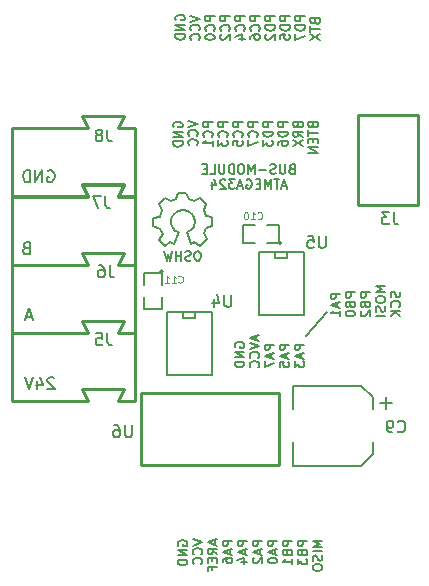
<source format=gbr>
G04 #@! TF.FileFunction,Legend,Bot*
%FSLAX46Y46*%
G04 Gerber Fmt 4.6, Leading zero omitted, Abs format (unit mm)*
G04 Created by KiCad (PCBNEW (2015-08-30 BZR 6133)-product) date Fr 30 Okt 2015 20:41:11 CET*
%MOMM*%
G01*
G04 APERTURE LIST*
%ADD10C,0.100000*%
%ADD11C,0.200000*%
%ADD12C,0.150000*%
%ADD13C,0.203200*%
%ADD14C,0.254000*%
%ADD15C,0.127000*%
%ADD16C,0.101600*%
G04 APERTURE END LIST*
D10*
D11*
X105080000Y-103707500D02*
X106858000Y-101675500D01*
D12*
X103873047Y-89553357D02*
X103758761Y-89591452D01*
X103720666Y-89629548D01*
X103682571Y-89705738D01*
X103682571Y-89820024D01*
X103720666Y-89896214D01*
X103758761Y-89934310D01*
X103834952Y-89972405D01*
X104139714Y-89972405D01*
X104139714Y-89172405D01*
X103873047Y-89172405D01*
X103796857Y-89210500D01*
X103758761Y-89248595D01*
X103720666Y-89324786D01*
X103720666Y-89400976D01*
X103758761Y-89477167D01*
X103796857Y-89515262D01*
X103873047Y-89553357D01*
X104139714Y-89553357D01*
X103339714Y-89172405D02*
X103339714Y-89820024D01*
X103301619Y-89896214D01*
X103263523Y-89934310D01*
X103187333Y-89972405D01*
X103034952Y-89972405D01*
X102958761Y-89934310D01*
X102920666Y-89896214D01*
X102882571Y-89820024D01*
X102882571Y-89172405D01*
X102539714Y-89934310D02*
X102425428Y-89972405D01*
X102234952Y-89972405D01*
X102158762Y-89934310D01*
X102120666Y-89896214D01*
X102082571Y-89820024D01*
X102082571Y-89743833D01*
X102120666Y-89667643D01*
X102158762Y-89629548D01*
X102234952Y-89591452D01*
X102387333Y-89553357D01*
X102463524Y-89515262D01*
X102501619Y-89477167D01*
X102539714Y-89400976D01*
X102539714Y-89324786D01*
X102501619Y-89248595D01*
X102463524Y-89210500D01*
X102387333Y-89172405D01*
X102196857Y-89172405D01*
X102082571Y-89210500D01*
X101739714Y-89667643D02*
X101130190Y-89667643D01*
X100749238Y-89972405D02*
X100749238Y-89172405D01*
X100482571Y-89743833D01*
X100215904Y-89172405D01*
X100215904Y-89972405D01*
X99682571Y-89172405D02*
X99530190Y-89172405D01*
X99453999Y-89210500D01*
X99377809Y-89286690D01*
X99339714Y-89439071D01*
X99339714Y-89705738D01*
X99377809Y-89858119D01*
X99453999Y-89934310D01*
X99530190Y-89972405D01*
X99682571Y-89972405D01*
X99758761Y-89934310D01*
X99834952Y-89858119D01*
X99873047Y-89705738D01*
X99873047Y-89439071D01*
X99834952Y-89286690D01*
X99758761Y-89210500D01*
X99682571Y-89172405D01*
X98996857Y-89972405D02*
X98996857Y-89172405D01*
X98806381Y-89172405D01*
X98692095Y-89210500D01*
X98615904Y-89286690D01*
X98577809Y-89362881D01*
X98539714Y-89515262D01*
X98539714Y-89629548D01*
X98577809Y-89781929D01*
X98615904Y-89858119D01*
X98692095Y-89934310D01*
X98806381Y-89972405D01*
X98996857Y-89972405D01*
X98196857Y-89172405D02*
X98196857Y-89820024D01*
X98158762Y-89896214D01*
X98120666Y-89934310D01*
X98044476Y-89972405D01*
X97892095Y-89972405D01*
X97815904Y-89934310D01*
X97777809Y-89896214D01*
X97739714Y-89820024D01*
X97739714Y-89172405D01*
X96977809Y-89972405D02*
X97358762Y-89972405D01*
X97358762Y-89172405D01*
X96711143Y-89553357D02*
X96444476Y-89553357D01*
X96330190Y-89972405D02*
X96711143Y-89972405D01*
X96711143Y-89172405D01*
X96330190Y-89172405D01*
X103454000Y-91013833D02*
X103073048Y-91013833D01*
X103530191Y-91242405D02*
X103263524Y-90442405D01*
X102996857Y-91242405D01*
X102844477Y-90442405D02*
X102387334Y-90442405D01*
X102615905Y-91242405D02*
X102615905Y-90442405D01*
X102120667Y-91242405D02*
X102120667Y-90442405D01*
X101854000Y-91013833D01*
X101587333Y-90442405D01*
X101587333Y-91242405D01*
X101206381Y-90823357D02*
X100939714Y-90823357D01*
X100825428Y-91242405D02*
X101206381Y-91242405D01*
X101206381Y-90442405D01*
X100825428Y-90442405D01*
X100063523Y-90480500D02*
X100139714Y-90442405D01*
X100253999Y-90442405D01*
X100368285Y-90480500D01*
X100444476Y-90556690D01*
X100482571Y-90632881D01*
X100520666Y-90785262D01*
X100520666Y-90899548D01*
X100482571Y-91051929D01*
X100444476Y-91128119D01*
X100368285Y-91204310D01*
X100253999Y-91242405D01*
X100177809Y-91242405D01*
X100063523Y-91204310D01*
X100025428Y-91166214D01*
X100025428Y-90899548D01*
X100177809Y-90899548D01*
X99720666Y-91013833D02*
X99339714Y-91013833D01*
X99796857Y-91242405D02*
X99530190Y-90442405D01*
X99263523Y-91242405D01*
X99073047Y-90442405D02*
X98577809Y-90442405D01*
X98844476Y-90747167D01*
X98730190Y-90747167D01*
X98654000Y-90785262D01*
X98615904Y-90823357D01*
X98577809Y-90899548D01*
X98577809Y-91090024D01*
X98615904Y-91166214D01*
X98654000Y-91204310D01*
X98730190Y-91242405D01*
X98958762Y-91242405D01*
X99034952Y-91204310D01*
X99073047Y-91166214D01*
X98273047Y-90518595D02*
X98234952Y-90480500D01*
X98158761Y-90442405D01*
X97968285Y-90442405D01*
X97892095Y-90480500D01*
X97853999Y-90518595D01*
X97815904Y-90594786D01*
X97815904Y-90670976D01*
X97853999Y-90785262D01*
X98311142Y-91242405D01*
X97815904Y-91242405D01*
X97130190Y-90709071D02*
X97130190Y-91242405D01*
X97320666Y-90404310D02*
X97511142Y-90975738D01*
X97015904Y-90975738D01*
X107981905Y-100126357D02*
X107181905Y-100126357D01*
X107181905Y-100431119D01*
X107220000Y-100507310D01*
X107258095Y-100545405D01*
X107334286Y-100583500D01*
X107448571Y-100583500D01*
X107524762Y-100545405D01*
X107562857Y-100507310D01*
X107600952Y-100431119D01*
X107600952Y-100126357D01*
X107753333Y-100888262D02*
X107753333Y-101269214D01*
X107981905Y-100812071D02*
X107181905Y-101078738D01*
X107981905Y-101345405D01*
X107981905Y-102031119D02*
X107981905Y-101573976D01*
X107981905Y-101802547D02*
X107181905Y-101802547D01*
X107296190Y-101726357D01*
X107372381Y-101650166D01*
X107410476Y-101573976D01*
X109251905Y-100012071D02*
X108451905Y-100012071D01*
X108451905Y-100316833D01*
X108490000Y-100393024D01*
X108528095Y-100431119D01*
X108604286Y-100469214D01*
X108718571Y-100469214D01*
X108794762Y-100431119D01*
X108832857Y-100393024D01*
X108870952Y-100316833D01*
X108870952Y-100012071D01*
X108832857Y-101078738D02*
X108870952Y-101193024D01*
X108909048Y-101231119D01*
X108985238Y-101269214D01*
X109099524Y-101269214D01*
X109175714Y-101231119D01*
X109213810Y-101193024D01*
X109251905Y-101116833D01*
X109251905Y-100812071D01*
X108451905Y-100812071D01*
X108451905Y-101078738D01*
X108490000Y-101154928D01*
X108528095Y-101193024D01*
X108604286Y-101231119D01*
X108680476Y-101231119D01*
X108756667Y-101193024D01*
X108794762Y-101154928D01*
X108832857Y-101078738D01*
X108832857Y-100812071D01*
X108451905Y-101764452D02*
X108451905Y-101840643D01*
X108490000Y-101916833D01*
X108528095Y-101954928D01*
X108604286Y-101993024D01*
X108756667Y-102031119D01*
X108947143Y-102031119D01*
X109099524Y-101993024D01*
X109175714Y-101954928D01*
X109213810Y-101916833D01*
X109251905Y-101840643D01*
X109251905Y-101764452D01*
X109213810Y-101688262D01*
X109175714Y-101650166D01*
X109099524Y-101612071D01*
X108947143Y-101573976D01*
X108756667Y-101573976D01*
X108604286Y-101612071D01*
X108528095Y-101650166D01*
X108490000Y-101688262D01*
X108451905Y-101764452D01*
X110521905Y-100012071D02*
X109721905Y-100012071D01*
X109721905Y-100316833D01*
X109760000Y-100393024D01*
X109798095Y-100431119D01*
X109874286Y-100469214D01*
X109988571Y-100469214D01*
X110064762Y-100431119D01*
X110102857Y-100393024D01*
X110140952Y-100316833D01*
X110140952Y-100012071D01*
X110102857Y-101078738D02*
X110140952Y-101193024D01*
X110179048Y-101231119D01*
X110255238Y-101269214D01*
X110369524Y-101269214D01*
X110445714Y-101231119D01*
X110483810Y-101193024D01*
X110521905Y-101116833D01*
X110521905Y-100812071D01*
X109721905Y-100812071D01*
X109721905Y-101078738D01*
X109760000Y-101154928D01*
X109798095Y-101193024D01*
X109874286Y-101231119D01*
X109950476Y-101231119D01*
X110026667Y-101193024D01*
X110064762Y-101154928D01*
X110102857Y-101078738D01*
X110102857Y-100812071D01*
X109798095Y-101573976D02*
X109760000Y-101612071D01*
X109721905Y-101688262D01*
X109721905Y-101878738D01*
X109760000Y-101954928D01*
X109798095Y-101993024D01*
X109874286Y-102031119D01*
X109950476Y-102031119D01*
X110064762Y-101993024D01*
X110521905Y-101535881D01*
X110521905Y-102031119D01*
X111791905Y-99478738D02*
X110991905Y-99478738D01*
X111563333Y-99745405D01*
X110991905Y-100012072D01*
X111791905Y-100012072D01*
X110991905Y-100545405D02*
X110991905Y-100697786D01*
X111030000Y-100773977D01*
X111106190Y-100850167D01*
X111258571Y-100888262D01*
X111525238Y-100888262D01*
X111677619Y-100850167D01*
X111753810Y-100773977D01*
X111791905Y-100697786D01*
X111791905Y-100545405D01*
X111753810Y-100469215D01*
X111677619Y-100393024D01*
X111525238Y-100354929D01*
X111258571Y-100354929D01*
X111106190Y-100393024D01*
X111030000Y-100469215D01*
X110991905Y-100545405D01*
X111753810Y-101193024D02*
X111791905Y-101307310D01*
X111791905Y-101497786D01*
X111753810Y-101573976D01*
X111715714Y-101612072D01*
X111639524Y-101650167D01*
X111563333Y-101650167D01*
X111487143Y-101612072D01*
X111449048Y-101573976D01*
X111410952Y-101497786D01*
X111372857Y-101345405D01*
X111334762Y-101269214D01*
X111296667Y-101231119D01*
X111220476Y-101193024D01*
X111144286Y-101193024D01*
X111068095Y-101231119D01*
X111030000Y-101269214D01*
X110991905Y-101345405D01*
X110991905Y-101535881D01*
X111030000Y-101650167D01*
X111791905Y-101993024D02*
X110991905Y-101993024D01*
X113023810Y-99973976D02*
X113061905Y-100088262D01*
X113061905Y-100278738D01*
X113023810Y-100354928D01*
X112985714Y-100393024D01*
X112909524Y-100431119D01*
X112833333Y-100431119D01*
X112757143Y-100393024D01*
X112719048Y-100354928D01*
X112680952Y-100278738D01*
X112642857Y-100126357D01*
X112604762Y-100050166D01*
X112566667Y-100012071D01*
X112490476Y-99973976D01*
X112414286Y-99973976D01*
X112338095Y-100012071D01*
X112300000Y-100050166D01*
X112261905Y-100126357D01*
X112261905Y-100316833D01*
X112300000Y-100431119D01*
X112985714Y-101231119D02*
X113023810Y-101193024D01*
X113061905Y-101078738D01*
X113061905Y-101002548D01*
X113023810Y-100888262D01*
X112947619Y-100812071D01*
X112871429Y-100773976D01*
X112719048Y-100735881D01*
X112604762Y-100735881D01*
X112452381Y-100773976D01*
X112376190Y-100812071D01*
X112300000Y-100888262D01*
X112261905Y-101002548D01*
X112261905Y-101078738D01*
X112300000Y-101193024D01*
X112338095Y-101231119D01*
X113061905Y-101573976D02*
X112261905Y-101573976D01*
X113061905Y-102031119D02*
X112604762Y-101688262D01*
X112261905Y-102031119D02*
X112719048Y-101573976D01*
X99092000Y-104672929D02*
X99053905Y-104596738D01*
X99053905Y-104482453D01*
X99092000Y-104368167D01*
X99168190Y-104291976D01*
X99244381Y-104253881D01*
X99396762Y-104215786D01*
X99511048Y-104215786D01*
X99663429Y-104253881D01*
X99739619Y-104291976D01*
X99815810Y-104368167D01*
X99853905Y-104482453D01*
X99853905Y-104558643D01*
X99815810Y-104672929D01*
X99777714Y-104711024D01*
X99511048Y-104711024D01*
X99511048Y-104558643D01*
X99853905Y-105053881D02*
X99053905Y-105053881D01*
X99853905Y-105511024D01*
X99053905Y-105511024D01*
X99853905Y-105891976D02*
X99053905Y-105891976D01*
X99053905Y-106082452D01*
X99092000Y-106196738D01*
X99168190Y-106272929D01*
X99244381Y-106311024D01*
X99396762Y-106349119D01*
X99511048Y-106349119D01*
X99663429Y-106311024D01*
X99739619Y-106272929D01*
X99815810Y-106196738D01*
X99853905Y-106082452D01*
X99853905Y-105891976D01*
X100895333Y-103682453D02*
X100895333Y-104063405D01*
X101123905Y-103606262D02*
X100323905Y-103872929D01*
X101123905Y-104139596D01*
X100323905Y-104291976D02*
X101123905Y-104558643D01*
X100323905Y-104825310D01*
X101047714Y-105549119D02*
X101085810Y-105511024D01*
X101123905Y-105396738D01*
X101123905Y-105320548D01*
X101085810Y-105206262D01*
X101009619Y-105130071D01*
X100933429Y-105091976D01*
X100781048Y-105053881D01*
X100666762Y-105053881D01*
X100514381Y-105091976D01*
X100438190Y-105130071D01*
X100362000Y-105206262D01*
X100323905Y-105320548D01*
X100323905Y-105396738D01*
X100362000Y-105511024D01*
X100400095Y-105549119D01*
X101047714Y-106349119D02*
X101085810Y-106311024D01*
X101123905Y-106196738D01*
X101123905Y-106120548D01*
X101085810Y-106006262D01*
X101009619Y-105930071D01*
X100933429Y-105891976D01*
X100781048Y-105853881D01*
X100666762Y-105853881D01*
X100514381Y-105891976D01*
X100438190Y-105930071D01*
X100362000Y-106006262D01*
X100323905Y-106120548D01*
X100323905Y-106196738D01*
X100362000Y-106311024D01*
X100400095Y-106349119D01*
X102393905Y-104444357D02*
X101593905Y-104444357D01*
X101593905Y-104749119D01*
X101632000Y-104825310D01*
X101670095Y-104863405D01*
X101746286Y-104901500D01*
X101860571Y-104901500D01*
X101936762Y-104863405D01*
X101974857Y-104825310D01*
X102012952Y-104749119D01*
X102012952Y-104444357D01*
X102165333Y-105206262D02*
X102165333Y-105587214D01*
X102393905Y-105130071D02*
X101593905Y-105396738D01*
X102393905Y-105663405D01*
X101593905Y-105853881D02*
X101593905Y-106387214D01*
X102393905Y-106044357D01*
X103663905Y-104444357D02*
X102863905Y-104444357D01*
X102863905Y-104749119D01*
X102902000Y-104825310D01*
X102940095Y-104863405D01*
X103016286Y-104901500D01*
X103130571Y-104901500D01*
X103206762Y-104863405D01*
X103244857Y-104825310D01*
X103282952Y-104749119D01*
X103282952Y-104444357D01*
X103435333Y-105206262D02*
X103435333Y-105587214D01*
X103663905Y-105130071D02*
X102863905Y-105396738D01*
X103663905Y-105663405D01*
X102863905Y-106311024D02*
X102863905Y-105930071D01*
X103244857Y-105891976D01*
X103206762Y-105930071D01*
X103168667Y-106006262D01*
X103168667Y-106196738D01*
X103206762Y-106272928D01*
X103244857Y-106311024D01*
X103321048Y-106349119D01*
X103511524Y-106349119D01*
X103587714Y-106311024D01*
X103625810Y-106272928D01*
X103663905Y-106196738D01*
X103663905Y-106006262D01*
X103625810Y-105930071D01*
X103587714Y-105891976D01*
X104933905Y-104444357D02*
X104133905Y-104444357D01*
X104133905Y-104749119D01*
X104172000Y-104825310D01*
X104210095Y-104863405D01*
X104286286Y-104901500D01*
X104400571Y-104901500D01*
X104476762Y-104863405D01*
X104514857Y-104825310D01*
X104552952Y-104749119D01*
X104552952Y-104444357D01*
X104705333Y-105206262D02*
X104705333Y-105587214D01*
X104933905Y-105130071D02*
X104133905Y-105396738D01*
X104933905Y-105663405D01*
X104133905Y-105853881D02*
X104133905Y-106349119D01*
X104438667Y-106082452D01*
X104438667Y-106196738D01*
X104476762Y-106272928D01*
X104514857Y-106311024D01*
X104591048Y-106349119D01*
X104781524Y-106349119D01*
X104857714Y-106311024D01*
X104895810Y-106272928D01*
X104933905Y-106196738D01*
X104933905Y-105968166D01*
X104895810Y-105891976D01*
X104857714Y-105853881D01*
X94285000Y-121462024D02*
X94246905Y-121385833D01*
X94246905Y-121271548D01*
X94285000Y-121157262D01*
X94361190Y-121081071D01*
X94437381Y-121042976D01*
X94589762Y-121004881D01*
X94704048Y-121004881D01*
X94856429Y-121042976D01*
X94932619Y-121081071D01*
X95008810Y-121157262D01*
X95046905Y-121271548D01*
X95046905Y-121347738D01*
X95008810Y-121462024D01*
X94970714Y-121500119D01*
X94704048Y-121500119D01*
X94704048Y-121347738D01*
X95046905Y-121842976D02*
X94246905Y-121842976D01*
X95046905Y-122300119D01*
X94246905Y-122300119D01*
X95046905Y-122681071D02*
X94246905Y-122681071D01*
X94246905Y-122871547D01*
X94285000Y-122985833D01*
X94361190Y-123062024D01*
X94437381Y-123100119D01*
X94589762Y-123138214D01*
X94704048Y-123138214D01*
X94856429Y-123100119D01*
X94932619Y-123062024D01*
X95008810Y-122985833D01*
X95046905Y-122871547D01*
X95046905Y-122681071D01*
X95516905Y-120928690D02*
X96316905Y-121195357D01*
X95516905Y-121462024D01*
X96240714Y-122185833D02*
X96278810Y-122147738D01*
X96316905Y-122033452D01*
X96316905Y-121957262D01*
X96278810Y-121842976D01*
X96202619Y-121766785D01*
X96126429Y-121728690D01*
X95974048Y-121690595D01*
X95859762Y-121690595D01*
X95707381Y-121728690D01*
X95631190Y-121766785D01*
X95555000Y-121842976D01*
X95516905Y-121957262D01*
X95516905Y-122033452D01*
X95555000Y-122147738D01*
X95593095Y-122185833D01*
X96240714Y-122985833D02*
X96278810Y-122947738D01*
X96316905Y-122833452D01*
X96316905Y-122757262D01*
X96278810Y-122642976D01*
X96202619Y-122566785D01*
X96126429Y-122528690D01*
X95974048Y-122490595D01*
X95859762Y-122490595D01*
X95707381Y-122528690D01*
X95631190Y-122566785D01*
X95555000Y-122642976D01*
X95516905Y-122757262D01*
X95516905Y-122833452D01*
X95555000Y-122947738D01*
X95593095Y-122985833D01*
X97358333Y-121004881D02*
X97358333Y-121385833D01*
X97586905Y-120928690D02*
X96786905Y-121195357D01*
X97586905Y-121462024D01*
X97586905Y-122185833D02*
X97205952Y-121919166D01*
X97586905Y-121728690D02*
X96786905Y-121728690D01*
X96786905Y-122033452D01*
X96825000Y-122109643D01*
X96863095Y-122147738D01*
X96939286Y-122185833D01*
X97053571Y-122185833D01*
X97129762Y-122147738D01*
X97167857Y-122109643D01*
X97205952Y-122033452D01*
X97205952Y-121728690D01*
X97167857Y-122528690D02*
X97167857Y-122795357D01*
X97586905Y-122909643D02*
X97586905Y-122528690D01*
X96786905Y-122528690D01*
X96786905Y-122909643D01*
X97167857Y-123519167D02*
X97167857Y-123252500D01*
X97586905Y-123252500D02*
X96786905Y-123252500D01*
X96786905Y-123633453D01*
X98856905Y-121042976D02*
X98056905Y-121042976D01*
X98056905Y-121347738D01*
X98095000Y-121423929D01*
X98133095Y-121462024D01*
X98209286Y-121500119D01*
X98323571Y-121500119D01*
X98399762Y-121462024D01*
X98437857Y-121423929D01*
X98475952Y-121347738D01*
X98475952Y-121042976D01*
X98628333Y-121804881D02*
X98628333Y-122185833D01*
X98856905Y-121728690D02*
X98056905Y-121995357D01*
X98856905Y-122262024D01*
X98056905Y-122871547D02*
X98056905Y-122719166D01*
X98095000Y-122642976D01*
X98133095Y-122604881D01*
X98247381Y-122528690D01*
X98399762Y-122490595D01*
X98704524Y-122490595D01*
X98780714Y-122528690D01*
X98818810Y-122566785D01*
X98856905Y-122642976D01*
X98856905Y-122795357D01*
X98818810Y-122871547D01*
X98780714Y-122909643D01*
X98704524Y-122947738D01*
X98514048Y-122947738D01*
X98437857Y-122909643D01*
X98399762Y-122871547D01*
X98361667Y-122795357D01*
X98361667Y-122642976D01*
X98399762Y-122566785D01*
X98437857Y-122528690D01*
X98514048Y-122490595D01*
X100126905Y-121042976D02*
X99326905Y-121042976D01*
X99326905Y-121347738D01*
X99365000Y-121423929D01*
X99403095Y-121462024D01*
X99479286Y-121500119D01*
X99593571Y-121500119D01*
X99669762Y-121462024D01*
X99707857Y-121423929D01*
X99745952Y-121347738D01*
X99745952Y-121042976D01*
X99898333Y-121804881D02*
X99898333Y-122185833D01*
X100126905Y-121728690D02*
X99326905Y-121995357D01*
X100126905Y-122262024D01*
X99593571Y-122871547D02*
X100126905Y-122871547D01*
X99288810Y-122681071D02*
X99860238Y-122490595D01*
X99860238Y-122985833D01*
X101396905Y-121042976D02*
X100596905Y-121042976D01*
X100596905Y-121347738D01*
X100635000Y-121423929D01*
X100673095Y-121462024D01*
X100749286Y-121500119D01*
X100863571Y-121500119D01*
X100939762Y-121462024D01*
X100977857Y-121423929D01*
X101015952Y-121347738D01*
X101015952Y-121042976D01*
X101168333Y-121804881D02*
X101168333Y-122185833D01*
X101396905Y-121728690D02*
X100596905Y-121995357D01*
X101396905Y-122262024D01*
X100673095Y-122490595D02*
X100635000Y-122528690D01*
X100596905Y-122604881D01*
X100596905Y-122795357D01*
X100635000Y-122871547D01*
X100673095Y-122909643D01*
X100749286Y-122947738D01*
X100825476Y-122947738D01*
X100939762Y-122909643D01*
X101396905Y-122452500D01*
X101396905Y-122947738D01*
X102666905Y-121042976D02*
X101866905Y-121042976D01*
X101866905Y-121347738D01*
X101905000Y-121423929D01*
X101943095Y-121462024D01*
X102019286Y-121500119D01*
X102133571Y-121500119D01*
X102209762Y-121462024D01*
X102247857Y-121423929D01*
X102285952Y-121347738D01*
X102285952Y-121042976D01*
X102438333Y-121804881D02*
X102438333Y-122185833D01*
X102666905Y-121728690D02*
X101866905Y-121995357D01*
X102666905Y-122262024D01*
X101866905Y-122681071D02*
X101866905Y-122757262D01*
X101905000Y-122833452D01*
X101943095Y-122871547D01*
X102019286Y-122909643D01*
X102171667Y-122947738D01*
X102362143Y-122947738D01*
X102514524Y-122909643D01*
X102590714Y-122871547D01*
X102628810Y-122833452D01*
X102666905Y-122757262D01*
X102666905Y-122681071D01*
X102628810Y-122604881D01*
X102590714Y-122566785D01*
X102514524Y-122528690D01*
X102362143Y-122490595D01*
X102171667Y-122490595D01*
X102019286Y-122528690D01*
X101943095Y-122566785D01*
X101905000Y-122604881D01*
X101866905Y-122681071D01*
X103936905Y-121042976D02*
X103136905Y-121042976D01*
X103136905Y-121347738D01*
X103175000Y-121423929D01*
X103213095Y-121462024D01*
X103289286Y-121500119D01*
X103403571Y-121500119D01*
X103479762Y-121462024D01*
X103517857Y-121423929D01*
X103555952Y-121347738D01*
X103555952Y-121042976D01*
X103517857Y-122109643D02*
X103555952Y-122223929D01*
X103594048Y-122262024D01*
X103670238Y-122300119D01*
X103784524Y-122300119D01*
X103860714Y-122262024D01*
X103898810Y-122223929D01*
X103936905Y-122147738D01*
X103936905Y-121842976D01*
X103136905Y-121842976D01*
X103136905Y-122109643D01*
X103175000Y-122185833D01*
X103213095Y-122223929D01*
X103289286Y-122262024D01*
X103365476Y-122262024D01*
X103441667Y-122223929D01*
X103479762Y-122185833D01*
X103517857Y-122109643D01*
X103517857Y-121842976D01*
X103936905Y-123062024D02*
X103936905Y-122604881D01*
X103936905Y-122833452D02*
X103136905Y-122833452D01*
X103251190Y-122757262D01*
X103327381Y-122681071D01*
X103365476Y-122604881D01*
X105206905Y-121042976D02*
X104406905Y-121042976D01*
X104406905Y-121347738D01*
X104445000Y-121423929D01*
X104483095Y-121462024D01*
X104559286Y-121500119D01*
X104673571Y-121500119D01*
X104749762Y-121462024D01*
X104787857Y-121423929D01*
X104825952Y-121347738D01*
X104825952Y-121042976D01*
X104787857Y-122109643D02*
X104825952Y-122223929D01*
X104864048Y-122262024D01*
X104940238Y-122300119D01*
X105054524Y-122300119D01*
X105130714Y-122262024D01*
X105168810Y-122223929D01*
X105206905Y-122147738D01*
X105206905Y-121842976D01*
X104406905Y-121842976D01*
X104406905Y-122109643D01*
X104445000Y-122185833D01*
X104483095Y-122223929D01*
X104559286Y-122262024D01*
X104635476Y-122262024D01*
X104711667Y-122223929D01*
X104749762Y-122185833D01*
X104787857Y-122109643D01*
X104787857Y-121842976D01*
X104406905Y-122566786D02*
X104406905Y-123062024D01*
X104711667Y-122795357D01*
X104711667Y-122909643D01*
X104749762Y-122985833D01*
X104787857Y-123023929D01*
X104864048Y-123062024D01*
X105054524Y-123062024D01*
X105130714Y-123023929D01*
X105168810Y-122985833D01*
X105206905Y-122909643D01*
X105206905Y-122681071D01*
X105168810Y-122604881D01*
X105130714Y-122566786D01*
X106476905Y-121042976D02*
X105676905Y-121042976D01*
X106248333Y-121309643D01*
X105676905Y-121576310D01*
X106476905Y-121576310D01*
X106476905Y-121957262D02*
X105676905Y-121957262D01*
X106438810Y-122300119D02*
X106476905Y-122414405D01*
X106476905Y-122604881D01*
X106438810Y-122681071D01*
X106400714Y-122719167D01*
X106324524Y-122757262D01*
X106248333Y-122757262D01*
X106172143Y-122719167D01*
X106134048Y-122681071D01*
X106095952Y-122604881D01*
X106057857Y-122452500D01*
X106019762Y-122376309D01*
X105981667Y-122338214D01*
X105905476Y-122300119D01*
X105829286Y-122300119D01*
X105753095Y-122338214D01*
X105715000Y-122376309D01*
X105676905Y-122452500D01*
X105676905Y-122642976D01*
X105715000Y-122757262D01*
X105676905Y-123252500D02*
X105676905Y-123404881D01*
X105715000Y-123481072D01*
X105791190Y-123557262D01*
X105943571Y-123595357D01*
X106210238Y-123595357D01*
X106362619Y-123557262D01*
X106438810Y-123481072D01*
X106476905Y-123404881D01*
X106476905Y-123252500D01*
X106438810Y-123176310D01*
X106362619Y-123100119D01*
X106210238Y-123062024D01*
X105943571Y-123062024D01*
X105791190Y-123100119D01*
X105715000Y-123176310D01*
X105676905Y-123252500D01*
X93885000Y-86029024D02*
X93846905Y-85952833D01*
X93846905Y-85838548D01*
X93885000Y-85724262D01*
X93961190Y-85648071D01*
X94037381Y-85609976D01*
X94189762Y-85571881D01*
X94304048Y-85571881D01*
X94456429Y-85609976D01*
X94532619Y-85648071D01*
X94608810Y-85724262D01*
X94646905Y-85838548D01*
X94646905Y-85914738D01*
X94608810Y-86029024D01*
X94570714Y-86067119D01*
X94304048Y-86067119D01*
X94304048Y-85914738D01*
X94646905Y-86409976D02*
X93846905Y-86409976D01*
X94646905Y-86867119D01*
X93846905Y-86867119D01*
X94646905Y-87248071D02*
X93846905Y-87248071D01*
X93846905Y-87438547D01*
X93885000Y-87552833D01*
X93961190Y-87629024D01*
X94037381Y-87667119D01*
X94189762Y-87705214D01*
X94304048Y-87705214D01*
X94456429Y-87667119D01*
X94532619Y-87629024D01*
X94608810Y-87552833D01*
X94646905Y-87438547D01*
X94646905Y-87248071D01*
X95116905Y-85495690D02*
X95916905Y-85762357D01*
X95116905Y-86029024D01*
X95840714Y-86752833D02*
X95878810Y-86714738D01*
X95916905Y-86600452D01*
X95916905Y-86524262D01*
X95878810Y-86409976D01*
X95802619Y-86333785D01*
X95726429Y-86295690D01*
X95574048Y-86257595D01*
X95459762Y-86257595D01*
X95307381Y-86295690D01*
X95231190Y-86333785D01*
X95155000Y-86409976D01*
X95116905Y-86524262D01*
X95116905Y-86600452D01*
X95155000Y-86714738D01*
X95193095Y-86752833D01*
X95840714Y-87552833D02*
X95878810Y-87514738D01*
X95916905Y-87400452D01*
X95916905Y-87324262D01*
X95878810Y-87209976D01*
X95802619Y-87133785D01*
X95726429Y-87095690D01*
X95574048Y-87057595D01*
X95459762Y-87057595D01*
X95307381Y-87095690D01*
X95231190Y-87133785D01*
X95155000Y-87209976D01*
X95116905Y-87324262D01*
X95116905Y-87400452D01*
X95155000Y-87514738D01*
X95193095Y-87552833D01*
X97186905Y-85609976D02*
X96386905Y-85609976D01*
X96386905Y-85914738D01*
X96425000Y-85990929D01*
X96463095Y-86029024D01*
X96539286Y-86067119D01*
X96653571Y-86067119D01*
X96729762Y-86029024D01*
X96767857Y-85990929D01*
X96805952Y-85914738D01*
X96805952Y-85609976D01*
X97110714Y-86867119D02*
X97148810Y-86829024D01*
X97186905Y-86714738D01*
X97186905Y-86638548D01*
X97148810Y-86524262D01*
X97072619Y-86448071D01*
X96996429Y-86409976D01*
X96844048Y-86371881D01*
X96729762Y-86371881D01*
X96577381Y-86409976D01*
X96501190Y-86448071D01*
X96425000Y-86524262D01*
X96386905Y-86638548D01*
X96386905Y-86714738D01*
X96425000Y-86829024D01*
X96463095Y-86867119D01*
X97186905Y-87629024D02*
X97186905Y-87171881D01*
X97186905Y-87400452D02*
X96386905Y-87400452D01*
X96501190Y-87324262D01*
X96577381Y-87248071D01*
X96615476Y-87171881D01*
X98456905Y-85609976D02*
X97656905Y-85609976D01*
X97656905Y-85914738D01*
X97695000Y-85990929D01*
X97733095Y-86029024D01*
X97809286Y-86067119D01*
X97923571Y-86067119D01*
X97999762Y-86029024D01*
X98037857Y-85990929D01*
X98075952Y-85914738D01*
X98075952Y-85609976D01*
X98380714Y-86867119D02*
X98418810Y-86829024D01*
X98456905Y-86714738D01*
X98456905Y-86638548D01*
X98418810Y-86524262D01*
X98342619Y-86448071D01*
X98266429Y-86409976D01*
X98114048Y-86371881D01*
X97999762Y-86371881D01*
X97847381Y-86409976D01*
X97771190Y-86448071D01*
X97695000Y-86524262D01*
X97656905Y-86638548D01*
X97656905Y-86714738D01*
X97695000Y-86829024D01*
X97733095Y-86867119D01*
X97656905Y-87133786D02*
X97656905Y-87629024D01*
X97961667Y-87362357D01*
X97961667Y-87476643D01*
X97999762Y-87552833D01*
X98037857Y-87590929D01*
X98114048Y-87629024D01*
X98304524Y-87629024D01*
X98380714Y-87590929D01*
X98418810Y-87552833D01*
X98456905Y-87476643D01*
X98456905Y-87248071D01*
X98418810Y-87171881D01*
X98380714Y-87133786D01*
X99726905Y-85609976D02*
X98926905Y-85609976D01*
X98926905Y-85914738D01*
X98965000Y-85990929D01*
X99003095Y-86029024D01*
X99079286Y-86067119D01*
X99193571Y-86067119D01*
X99269762Y-86029024D01*
X99307857Y-85990929D01*
X99345952Y-85914738D01*
X99345952Y-85609976D01*
X99650714Y-86867119D02*
X99688810Y-86829024D01*
X99726905Y-86714738D01*
X99726905Y-86638548D01*
X99688810Y-86524262D01*
X99612619Y-86448071D01*
X99536429Y-86409976D01*
X99384048Y-86371881D01*
X99269762Y-86371881D01*
X99117381Y-86409976D01*
X99041190Y-86448071D01*
X98965000Y-86524262D01*
X98926905Y-86638548D01*
X98926905Y-86714738D01*
X98965000Y-86829024D01*
X99003095Y-86867119D01*
X98926905Y-87590929D02*
X98926905Y-87209976D01*
X99307857Y-87171881D01*
X99269762Y-87209976D01*
X99231667Y-87286167D01*
X99231667Y-87476643D01*
X99269762Y-87552833D01*
X99307857Y-87590929D01*
X99384048Y-87629024D01*
X99574524Y-87629024D01*
X99650714Y-87590929D01*
X99688810Y-87552833D01*
X99726905Y-87476643D01*
X99726905Y-87286167D01*
X99688810Y-87209976D01*
X99650714Y-87171881D01*
X100996905Y-85609976D02*
X100196905Y-85609976D01*
X100196905Y-85914738D01*
X100235000Y-85990929D01*
X100273095Y-86029024D01*
X100349286Y-86067119D01*
X100463571Y-86067119D01*
X100539762Y-86029024D01*
X100577857Y-85990929D01*
X100615952Y-85914738D01*
X100615952Y-85609976D01*
X100920714Y-86867119D02*
X100958810Y-86829024D01*
X100996905Y-86714738D01*
X100996905Y-86638548D01*
X100958810Y-86524262D01*
X100882619Y-86448071D01*
X100806429Y-86409976D01*
X100654048Y-86371881D01*
X100539762Y-86371881D01*
X100387381Y-86409976D01*
X100311190Y-86448071D01*
X100235000Y-86524262D01*
X100196905Y-86638548D01*
X100196905Y-86714738D01*
X100235000Y-86829024D01*
X100273095Y-86867119D01*
X100196905Y-87133786D02*
X100196905Y-87667119D01*
X100996905Y-87324262D01*
X102266905Y-85609976D02*
X101466905Y-85609976D01*
X101466905Y-85914738D01*
X101505000Y-85990929D01*
X101543095Y-86029024D01*
X101619286Y-86067119D01*
X101733571Y-86067119D01*
X101809762Y-86029024D01*
X101847857Y-85990929D01*
X101885952Y-85914738D01*
X101885952Y-85609976D01*
X102266905Y-86409976D02*
X101466905Y-86409976D01*
X101466905Y-86600452D01*
X101505000Y-86714738D01*
X101581190Y-86790929D01*
X101657381Y-86829024D01*
X101809762Y-86867119D01*
X101924048Y-86867119D01*
X102076429Y-86829024D01*
X102152619Y-86790929D01*
X102228810Y-86714738D01*
X102266905Y-86600452D01*
X102266905Y-86409976D01*
X101466905Y-87133786D02*
X101466905Y-87629024D01*
X101771667Y-87362357D01*
X101771667Y-87476643D01*
X101809762Y-87552833D01*
X101847857Y-87590929D01*
X101924048Y-87629024D01*
X102114524Y-87629024D01*
X102190714Y-87590929D01*
X102228810Y-87552833D01*
X102266905Y-87476643D01*
X102266905Y-87248071D01*
X102228810Y-87171881D01*
X102190714Y-87133786D01*
X103536905Y-85609976D02*
X102736905Y-85609976D01*
X102736905Y-85914738D01*
X102775000Y-85990929D01*
X102813095Y-86029024D01*
X102889286Y-86067119D01*
X103003571Y-86067119D01*
X103079762Y-86029024D01*
X103117857Y-85990929D01*
X103155952Y-85914738D01*
X103155952Y-85609976D01*
X103536905Y-86409976D02*
X102736905Y-86409976D01*
X102736905Y-86600452D01*
X102775000Y-86714738D01*
X102851190Y-86790929D01*
X102927381Y-86829024D01*
X103079762Y-86867119D01*
X103194048Y-86867119D01*
X103346429Y-86829024D01*
X103422619Y-86790929D01*
X103498810Y-86714738D01*
X103536905Y-86600452D01*
X103536905Y-86409976D01*
X102736905Y-87552833D02*
X102736905Y-87400452D01*
X102775000Y-87324262D01*
X102813095Y-87286167D01*
X102927381Y-87209976D01*
X103079762Y-87171881D01*
X103384524Y-87171881D01*
X103460714Y-87209976D01*
X103498810Y-87248071D01*
X103536905Y-87324262D01*
X103536905Y-87476643D01*
X103498810Y-87552833D01*
X103460714Y-87590929D01*
X103384524Y-87629024D01*
X103194048Y-87629024D01*
X103117857Y-87590929D01*
X103079762Y-87552833D01*
X103041667Y-87476643D01*
X103041667Y-87324262D01*
X103079762Y-87248071D01*
X103117857Y-87209976D01*
X103194048Y-87171881D01*
X104387857Y-85876643D02*
X104425952Y-85990929D01*
X104464048Y-86029024D01*
X104540238Y-86067119D01*
X104654524Y-86067119D01*
X104730714Y-86029024D01*
X104768810Y-85990929D01*
X104806905Y-85914738D01*
X104806905Y-85609976D01*
X104006905Y-85609976D01*
X104006905Y-85876643D01*
X104045000Y-85952833D01*
X104083095Y-85990929D01*
X104159286Y-86029024D01*
X104235476Y-86029024D01*
X104311667Y-85990929D01*
X104349762Y-85952833D01*
X104387857Y-85876643D01*
X104387857Y-85609976D01*
X104806905Y-86867119D02*
X104425952Y-86600452D01*
X104806905Y-86409976D02*
X104006905Y-86409976D01*
X104006905Y-86714738D01*
X104045000Y-86790929D01*
X104083095Y-86829024D01*
X104159286Y-86867119D01*
X104273571Y-86867119D01*
X104349762Y-86829024D01*
X104387857Y-86790929D01*
X104425952Y-86714738D01*
X104425952Y-86409976D01*
X104006905Y-87133786D02*
X104806905Y-87667119D01*
X104006905Y-87667119D02*
X104806905Y-87133786D01*
X105657857Y-85876643D02*
X105695952Y-85990929D01*
X105734048Y-86029024D01*
X105810238Y-86067119D01*
X105924524Y-86067119D01*
X106000714Y-86029024D01*
X106038810Y-85990929D01*
X106076905Y-85914738D01*
X106076905Y-85609976D01*
X105276905Y-85609976D01*
X105276905Y-85876643D01*
X105315000Y-85952833D01*
X105353095Y-85990929D01*
X105429286Y-86029024D01*
X105505476Y-86029024D01*
X105581667Y-85990929D01*
X105619762Y-85952833D01*
X105657857Y-85876643D01*
X105657857Y-85609976D01*
X105276905Y-86295690D02*
X105276905Y-86752833D01*
X106076905Y-86524262D02*
X105276905Y-86524262D01*
X105657857Y-87019500D02*
X105657857Y-87286167D01*
X106076905Y-87400453D02*
X106076905Y-87019500D01*
X105276905Y-87019500D01*
X105276905Y-87400453D01*
X106076905Y-87743310D02*
X105276905Y-87743310D01*
X106076905Y-88200453D01*
X105276905Y-88200453D01*
X94085000Y-76971429D02*
X94046905Y-76895238D01*
X94046905Y-76780953D01*
X94085000Y-76666667D01*
X94161190Y-76590476D01*
X94237381Y-76552381D01*
X94389762Y-76514286D01*
X94504048Y-76514286D01*
X94656429Y-76552381D01*
X94732619Y-76590476D01*
X94808810Y-76666667D01*
X94846905Y-76780953D01*
X94846905Y-76857143D01*
X94808810Y-76971429D01*
X94770714Y-77009524D01*
X94504048Y-77009524D01*
X94504048Y-76857143D01*
X94846905Y-77352381D02*
X94046905Y-77352381D01*
X94846905Y-77809524D01*
X94046905Y-77809524D01*
X94846905Y-78190476D02*
X94046905Y-78190476D01*
X94046905Y-78380952D01*
X94085000Y-78495238D01*
X94161190Y-78571429D01*
X94237381Y-78609524D01*
X94389762Y-78647619D01*
X94504048Y-78647619D01*
X94656429Y-78609524D01*
X94732619Y-78571429D01*
X94808810Y-78495238D01*
X94846905Y-78380952D01*
X94846905Y-78190476D01*
X95316905Y-76590476D02*
X96116905Y-76857143D01*
X95316905Y-77123810D01*
X96040714Y-77847619D02*
X96078810Y-77809524D01*
X96116905Y-77695238D01*
X96116905Y-77619048D01*
X96078810Y-77504762D01*
X96002619Y-77428571D01*
X95926429Y-77390476D01*
X95774048Y-77352381D01*
X95659762Y-77352381D01*
X95507381Y-77390476D01*
X95431190Y-77428571D01*
X95355000Y-77504762D01*
X95316905Y-77619048D01*
X95316905Y-77695238D01*
X95355000Y-77809524D01*
X95393095Y-77847619D01*
X96040714Y-78647619D02*
X96078810Y-78609524D01*
X96116905Y-78495238D01*
X96116905Y-78419048D01*
X96078810Y-78304762D01*
X96002619Y-78228571D01*
X95926429Y-78190476D01*
X95774048Y-78152381D01*
X95659762Y-78152381D01*
X95507381Y-78190476D01*
X95431190Y-78228571D01*
X95355000Y-78304762D01*
X95316905Y-78419048D01*
X95316905Y-78495238D01*
X95355000Y-78609524D01*
X95393095Y-78647619D01*
X97386905Y-76628571D02*
X96586905Y-76628571D01*
X96586905Y-76933333D01*
X96625000Y-77009524D01*
X96663095Y-77047619D01*
X96739286Y-77085714D01*
X96853571Y-77085714D01*
X96929762Y-77047619D01*
X96967857Y-77009524D01*
X97005952Y-76933333D01*
X97005952Y-76628571D01*
X97310714Y-77885714D02*
X97348810Y-77847619D01*
X97386905Y-77733333D01*
X97386905Y-77657143D01*
X97348810Y-77542857D01*
X97272619Y-77466666D01*
X97196429Y-77428571D01*
X97044048Y-77390476D01*
X96929762Y-77390476D01*
X96777381Y-77428571D01*
X96701190Y-77466666D01*
X96625000Y-77542857D01*
X96586905Y-77657143D01*
X96586905Y-77733333D01*
X96625000Y-77847619D01*
X96663095Y-77885714D01*
X96586905Y-78380952D02*
X96586905Y-78457143D01*
X96625000Y-78533333D01*
X96663095Y-78571428D01*
X96739286Y-78609524D01*
X96891667Y-78647619D01*
X97082143Y-78647619D01*
X97234524Y-78609524D01*
X97310714Y-78571428D01*
X97348810Y-78533333D01*
X97386905Y-78457143D01*
X97386905Y-78380952D01*
X97348810Y-78304762D01*
X97310714Y-78266666D01*
X97234524Y-78228571D01*
X97082143Y-78190476D01*
X96891667Y-78190476D01*
X96739286Y-78228571D01*
X96663095Y-78266666D01*
X96625000Y-78304762D01*
X96586905Y-78380952D01*
X98656905Y-76628571D02*
X97856905Y-76628571D01*
X97856905Y-76933333D01*
X97895000Y-77009524D01*
X97933095Y-77047619D01*
X98009286Y-77085714D01*
X98123571Y-77085714D01*
X98199762Y-77047619D01*
X98237857Y-77009524D01*
X98275952Y-76933333D01*
X98275952Y-76628571D01*
X98580714Y-77885714D02*
X98618810Y-77847619D01*
X98656905Y-77733333D01*
X98656905Y-77657143D01*
X98618810Y-77542857D01*
X98542619Y-77466666D01*
X98466429Y-77428571D01*
X98314048Y-77390476D01*
X98199762Y-77390476D01*
X98047381Y-77428571D01*
X97971190Y-77466666D01*
X97895000Y-77542857D01*
X97856905Y-77657143D01*
X97856905Y-77733333D01*
X97895000Y-77847619D01*
X97933095Y-77885714D01*
X97933095Y-78190476D02*
X97895000Y-78228571D01*
X97856905Y-78304762D01*
X97856905Y-78495238D01*
X97895000Y-78571428D01*
X97933095Y-78609524D01*
X98009286Y-78647619D01*
X98085476Y-78647619D01*
X98199762Y-78609524D01*
X98656905Y-78152381D01*
X98656905Y-78647619D01*
X99926905Y-76628571D02*
X99126905Y-76628571D01*
X99126905Y-76933333D01*
X99165000Y-77009524D01*
X99203095Y-77047619D01*
X99279286Y-77085714D01*
X99393571Y-77085714D01*
X99469762Y-77047619D01*
X99507857Y-77009524D01*
X99545952Y-76933333D01*
X99545952Y-76628571D01*
X99850714Y-77885714D02*
X99888810Y-77847619D01*
X99926905Y-77733333D01*
X99926905Y-77657143D01*
X99888810Y-77542857D01*
X99812619Y-77466666D01*
X99736429Y-77428571D01*
X99584048Y-77390476D01*
X99469762Y-77390476D01*
X99317381Y-77428571D01*
X99241190Y-77466666D01*
X99165000Y-77542857D01*
X99126905Y-77657143D01*
X99126905Y-77733333D01*
X99165000Y-77847619D01*
X99203095Y-77885714D01*
X99393571Y-78571428D02*
X99926905Y-78571428D01*
X99088810Y-78380952D02*
X99660238Y-78190476D01*
X99660238Y-78685714D01*
X101196905Y-76628571D02*
X100396905Y-76628571D01*
X100396905Y-76933333D01*
X100435000Y-77009524D01*
X100473095Y-77047619D01*
X100549286Y-77085714D01*
X100663571Y-77085714D01*
X100739762Y-77047619D01*
X100777857Y-77009524D01*
X100815952Y-76933333D01*
X100815952Y-76628571D01*
X101120714Y-77885714D02*
X101158810Y-77847619D01*
X101196905Y-77733333D01*
X101196905Y-77657143D01*
X101158810Y-77542857D01*
X101082619Y-77466666D01*
X101006429Y-77428571D01*
X100854048Y-77390476D01*
X100739762Y-77390476D01*
X100587381Y-77428571D01*
X100511190Y-77466666D01*
X100435000Y-77542857D01*
X100396905Y-77657143D01*
X100396905Y-77733333D01*
X100435000Y-77847619D01*
X100473095Y-77885714D01*
X100396905Y-78571428D02*
X100396905Y-78419047D01*
X100435000Y-78342857D01*
X100473095Y-78304762D01*
X100587381Y-78228571D01*
X100739762Y-78190476D01*
X101044524Y-78190476D01*
X101120714Y-78228571D01*
X101158810Y-78266666D01*
X101196905Y-78342857D01*
X101196905Y-78495238D01*
X101158810Y-78571428D01*
X101120714Y-78609524D01*
X101044524Y-78647619D01*
X100854048Y-78647619D01*
X100777857Y-78609524D01*
X100739762Y-78571428D01*
X100701667Y-78495238D01*
X100701667Y-78342857D01*
X100739762Y-78266666D01*
X100777857Y-78228571D01*
X100854048Y-78190476D01*
X102466905Y-76628571D02*
X101666905Y-76628571D01*
X101666905Y-76933333D01*
X101705000Y-77009524D01*
X101743095Y-77047619D01*
X101819286Y-77085714D01*
X101933571Y-77085714D01*
X102009762Y-77047619D01*
X102047857Y-77009524D01*
X102085952Y-76933333D01*
X102085952Y-76628571D01*
X102466905Y-77428571D02*
X101666905Y-77428571D01*
X101666905Y-77619047D01*
X101705000Y-77733333D01*
X101781190Y-77809524D01*
X101857381Y-77847619D01*
X102009762Y-77885714D01*
X102124048Y-77885714D01*
X102276429Y-77847619D01*
X102352619Y-77809524D01*
X102428810Y-77733333D01*
X102466905Y-77619047D01*
X102466905Y-77428571D01*
X101743095Y-78190476D02*
X101705000Y-78228571D01*
X101666905Y-78304762D01*
X101666905Y-78495238D01*
X101705000Y-78571428D01*
X101743095Y-78609524D01*
X101819286Y-78647619D01*
X101895476Y-78647619D01*
X102009762Y-78609524D01*
X102466905Y-78152381D01*
X102466905Y-78647619D01*
X103736905Y-76628571D02*
X102936905Y-76628571D01*
X102936905Y-76933333D01*
X102975000Y-77009524D01*
X103013095Y-77047619D01*
X103089286Y-77085714D01*
X103203571Y-77085714D01*
X103279762Y-77047619D01*
X103317857Y-77009524D01*
X103355952Y-76933333D01*
X103355952Y-76628571D01*
X103736905Y-77428571D02*
X102936905Y-77428571D01*
X102936905Y-77619047D01*
X102975000Y-77733333D01*
X103051190Y-77809524D01*
X103127381Y-77847619D01*
X103279762Y-77885714D01*
X103394048Y-77885714D01*
X103546429Y-77847619D01*
X103622619Y-77809524D01*
X103698810Y-77733333D01*
X103736905Y-77619047D01*
X103736905Y-77428571D01*
X102936905Y-78609524D02*
X102936905Y-78228571D01*
X103317857Y-78190476D01*
X103279762Y-78228571D01*
X103241667Y-78304762D01*
X103241667Y-78495238D01*
X103279762Y-78571428D01*
X103317857Y-78609524D01*
X103394048Y-78647619D01*
X103584524Y-78647619D01*
X103660714Y-78609524D01*
X103698810Y-78571428D01*
X103736905Y-78495238D01*
X103736905Y-78304762D01*
X103698810Y-78228571D01*
X103660714Y-78190476D01*
X105006905Y-76628571D02*
X104206905Y-76628571D01*
X104206905Y-76933333D01*
X104245000Y-77009524D01*
X104283095Y-77047619D01*
X104359286Y-77085714D01*
X104473571Y-77085714D01*
X104549762Y-77047619D01*
X104587857Y-77009524D01*
X104625952Y-76933333D01*
X104625952Y-76628571D01*
X105006905Y-77428571D02*
X104206905Y-77428571D01*
X104206905Y-77619047D01*
X104245000Y-77733333D01*
X104321190Y-77809524D01*
X104397381Y-77847619D01*
X104549762Y-77885714D01*
X104664048Y-77885714D01*
X104816429Y-77847619D01*
X104892619Y-77809524D01*
X104968810Y-77733333D01*
X105006905Y-77619047D01*
X105006905Y-77428571D01*
X104206905Y-78152381D02*
X104206905Y-78685714D01*
X105006905Y-78342857D01*
X105857857Y-77085714D02*
X105895952Y-77200000D01*
X105934048Y-77238095D01*
X106010238Y-77276190D01*
X106124524Y-77276190D01*
X106200714Y-77238095D01*
X106238810Y-77200000D01*
X106276905Y-77123809D01*
X106276905Y-76819047D01*
X105476905Y-76819047D01*
X105476905Y-77085714D01*
X105515000Y-77161904D01*
X105553095Y-77200000D01*
X105629286Y-77238095D01*
X105705476Y-77238095D01*
X105781667Y-77200000D01*
X105819762Y-77161904D01*
X105857857Y-77085714D01*
X105857857Y-76819047D01*
X105476905Y-77504761D02*
X105476905Y-77961904D01*
X106276905Y-77733333D02*
X105476905Y-77733333D01*
X105476905Y-78152381D02*
X106276905Y-78685714D01*
X105476905Y-78685714D02*
X106276905Y-78152381D01*
D11*
X83235714Y-89745500D02*
X83330952Y-89697881D01*
X83473809Y-89697881D01*
X83616667Y-89745500D01*
X83711905Y-89840738D01*
X83759524Y-89935976D01*
X83807143Y-90126452D01*
X83807143Y-90269310D01*
X83759524Y-90459786D01*
X83711905Y-90555024D01*
X83616667Y-90650262D01*
X83473809Y-90697881D01*
X83378571Y-90697881D01*
X83235714Y-90650262D01*
X83188095Y-90602643D01*
X83188095Y-90269310D01*
X83378571Y-90269310D01*
X82759524Y-90697881D02*
X82759524Y-89697881D01*
X82188095Y-90697881D01*
X82188095Y-89697881D01*
X81711905Y-90697881D02*
X81711905Y-89697881D01*
X81473810Y-89697881D01*
X81330952Y-89745500D01*
X81235714Y-89840738D01*
X81188095Y-89935976D01*
X81140476Y-90126452D01*
X81140476Y-90269310D01*
X81188095Y-90459786D01*
X81235714Y-90555024D01*
X81330952Y-90650262D01*
X81473810Y-90697881D01*
X81711905Y-90697881D01*
X81378571Y-96270071D02*
X81235714Y-96317690D01*
X81188095Y-96365310D01*
X81140476Y-96460548D01*
X81140476Y-96603405D01*
X81188095Y-96698643D01*
X81235714Y-96746262D01*
X81330952Y-96793881D01*
X81711905Y-96793881D01*
X81711905Y-95793881D01*
X81378571Y-95793881D01*
X81283333Y-95841500D01*
X81235714Y-95889119D01*
X81188095Y-95984357D01*
X81188095Y-96079595D01*
X81235714Y-96174833D01*
X81283333Y-96222452D01*
X81378571Y-96270071D01*
X81711905Y-96270071D01*
X81870667Y-102096167D02*
X81394476Y-102096167D01*
X81965905Y-102381881D02*
X81632572Y-101381881D01*
X81299238Y-102381881D01*
X83775429Y-107319119D02*
X83727810Y-107271500D01*
X83632572Y-107223881D01*
X83394476Y-107223881D01*
X83299238Y-107271500D01*
X83251619Y-107319119D01*
X83204000Y-107414357D01*
X83204000Y-107509595D01*
X83251619Y-107652452D01*
X83823048Y-108223881D01*
X83204000Y-108223881D01*
X82346857Y-107557214D02*
X82346857Y-108223881D01*
X82584953Y-107176262D02*
X82823048Y-107890548D01*
X82204000Y-107890548D01*
X81965905Y-107223881D02*
X81632572Y-108223881D01*
X81299238Y-107223881D01*
D12*
X96446540Y-94985140D02*
X96705620Y-95546480D01*
X96705620Y-95546480D02*
X96167140Y-96064640D01*
X96167140Y-96064640D02*
X95646440Y-95795400D01*
X95646440Y-95795400D02*
X95367040Y-95955420D01*
X93926860Y-95935100D02*
X93596660Y-95744600D01*
X93596660Y-95744600D02*
X93157240Y-96074800D01*
X93157240Y-96074800D02*
X92684800Y-95584580D01*
X92684800Y-95584580D02*
X92966740Y-95104520D01*
X92966740Y-95104520D02*
X92776240Y-94634620D01*
X92776240Y-94634620D02*
X92166640Y-94446660D01*
X92166640Y-94446660D02*
X92166640Y-93765940D01*
X92166640Y-93765940D02*
X92725440Y-93626240D01*
X92725440Y-93626240D02*
X92926100Y-93054740D01*
X92926100Y-93054740D02*
X92656860Y-92584840D01*
X92656860Y-92584840D02*
X93126760Y-92074300D01*
X93126760Y-92074300D02*
X93644920Y-92335920D01*
X93644920Y-92335920D02*
X94114820Y-92135260D01*
X94114820Y-92135260D02*
X94285000Y-91594240D01*
X94285000Y-91594240D02*
X94975880Y-91576460D01*
X94975880Y-91576460D02*
X95186700Y-92125100D01*
X95186700Y-92125100D02*
X95605800Y-92295280D01*
X95605800Y-92295280D02*
X96156980Y-92026040D01*
X96156980Y-92026040D02*
X96675140Y-92554360D01*
X96675140Y-92554360D02*
X96426220Y-93095380D01*
X96426220Y-93095380D02*
X96596400Y-93575440D01*
X96596400Y-93575440D02*
X97145040Y-93674500D01*
X97145040Y-93674500D02*
X97155200Y-94375540D01*
X97155200Y-94375540D02*
X96596400Y-94576200D01*
X96596400Y-94576200D02*
X96456700Y-94974980D01*
X94315480Y-94954660D02*
X94015760Y-94804800D01*
X94015760Y-94804800D02*
X93815100Y-94606680D01*
X93815100Y-94606680D02*
X93665240Y-94205360D01*
X93665240Y-94205360D02*
X93665240Y-93806580D01*
X93665240Y-93806580D02*
X93815100Y-93456060D01*
X93815100Y-93456060D02*
X94267220Y-93105540D01*
X94267220Y-93105540D02*
X94716800Y-93054740D01*
X94716800Y-93054740D02*
X95115580Y-93156340D01*
X95115580Y-93156340D02*
X95516900Y-93504320D01*
X95516900Y-93504320D02*
X95666760Y-93956440D01*
X95666760Y-93956440D02*
X95615960Y-94454280D01*
X95615960Y-94454280D02*
X95367040Y-94756540D01*
X95367040Y-94756540D02*
X95016520Y-94954660D01*
X95016520Y-94954660D02*
X95367040Y-95955420D01*
X94315480Y-94954660D02*
X93916700Y-95955420D01*
D13*
X96978000Y-101733000D02*
X97105000Y-101733000D01*
X97105000Y-101733000D02*
X97105000Y-107067000D01*
X93295000Y-107067000D02*
X93295000Y-101733000D01*
X93295000Y-101733000D02*
X96978000Y-101733000D01*
X94692000Y-101733000D02*
X94692000Y-102241000D01*
X94692000Y-102241000D02*
X95708000Y-102241000D01*
X95708000Y-102241000D02*
X95708000Y-101733000D01*
X93295000Y-107067000D02*
X97105000Y-107067000D01*
D14*
X91110000Y-108533500D02*
X102794000Y-108533500D01*
X102794000Y-108533500D02*
X102794000Y-114629500D01*
X102794000Y-114629500D02*
X91110000Y-114629500D01*
X91110000Y-114629500D02*
X91110000Y-108533500D01*
X80185000Y-86152100D02*
X86636600Y-86152100D01*
X90649800Y-86152100D02*
X89151200Y-86152100D01*
X80185000Y-91892500D02*
X86636600Y-91892500D01*
X90649800Y-91892500D02*
X89151200Y-91892500D01*
X89151200Y-86152100D02*
X89659200Y-85136100D01*
X89659200Y-85136100D02*
X86128600Y-85136100D01*
X86128600Y-85136100D02*
X86636600Y-86152100D01*
X89151200Y-91892500D02*
X89659200Y-90876500D01*
X89659200Y-90876500D02*
X86128600Y-90876500D01*
X86128600Y-90876500D02*
X86636600Y-91892500D01*
X90649800Y-91892500D02*
X90649800Y-86152100D01*
X80185000Y-86152100D02*
X80185000Y-91892500D01*
D13*
X111366500Y-109427580D02*
X112367260Y-109427580D01*
X111866880Y-109927960D02*
X111866880Y-108927200D01*
X110767060Y-109927960D02*
X110767060Y-108927200D01*
X110767060Y-108927200D02*
X109766300Y-107926440D01*
X109766300Y-107926440D02*
X103964940Y-107926440D01*
X110767060Y-113727800D02*
X110767060Y-112727040D01*
X109766300Y-114728560D02*
X103964940Y-114728560D01*
X110767060Y-113727800D02*
X109766300Y-114728560D01*
X103964940Y-112727040D02*
X103964940Y-114728560D01*
X103964940Y-107926440D02*
X103964940Y-109927960D01*
D15*
X103048000Y-95833500D02*
G75*
G03X103048000Y-95833500I-127000J0D01*
G01*
X101778000Y-95833500D02*
X102794000Y-95833500D01*
X102794000Y-95833500D02*
X102794000Y-94309500D01*
X102794000Y-94309500D02*
X101778000Y-94309500D01*
X100762000Y-94309500D02*
X99746000Y-94309500D01*
X99746000Y-94309500D02*
X99746000Y-95833500D01*
X99746000Y-95833500D02*
X100762000Y-95833500D01*
X93015000Y-98246500D02*
G75*
G03X93015000Y-98246500I-127000J0D01*
G01*
X92888000Y-99389500D02*
X92888000Y-98373500D01*
X92888000Y-98373500D02*
X91364000Y-98373500D01*
X91364000Y-98373500D02*
X91364000Y-99389500D01*
X91364000Y-100405500D02*
X91364000Y-101421500D01*
X91364000Y-101421500D02*
X92888000Y-101421500D01*
X92888000Y-101421500D02*
X92888000Y-100405500D01*
D14*
X80185000Y-91952100D02*
X86636600Y-91952100D01*
X90649800Y-91952100D02*
X89151200Y-91952100D01*
X80185000Y-97692500D02*
X86636600Y-97692500D01*
X90649800Y-97692500D02*
X89151200Y-97692500D01*
X89151200Y-91952100D02*
X89659200Y-90936100D01*
X89659200Y-90936100D02*
X86128600Y-90936100D01*
X86128600Y-90936100D02*
X86636600Y-91952100D01*
X89151200Y-97692500D02*
X89659200Y-96676500D01*
X89659200Y-96676500D02*
X86128600Y-96676500D01*
X86128600Y-96676500D02*
X86636600Y-97692500D01*
X90649800Y-97692500D02*
X90649800Y-91952100D01*
X80185000Y-91952100D02*
X80185000Y-97692500D01*
X80185000Y-97752100D02*
X86636600Y-97752100D01*
X90649800Y-97752100D02*
X89151200Y-97752100D01*
X80185000Y-103492500D02*
X86636600Y-103492500D01*
X90649800Y-103492500D02*
X89151200Y-103492500D01*
X89151200Y-97752100D02*
X89659200Y-96736100D01*
X89659200Y-96736100D02*
X86128600Y-96736100D01*
X86128600Y-96736100D02*
X86636600Y-97752100D01*
X89151200Y-103492500D02*
X89659200Y-102476500D01*
X89659200Y-102476500D02*
X86128600Y-102476500D01*
X86128600Y-102476500D02*
X86636600Y-103492500D01*
X90649800Y-103492500D02*
X90649800Y-97752100D01*
X80185000Y-97752100D02*
X80185000Y-103492500D01*
X80185000Y-103452100D02*
X86636600Y-103452100D01*
X90649800Y-103452100D02*
X89151200Y-103452100D01*
X80185000Y-109192500D02*
X86636600Y-109192500D01*
X90649800Y-109192500D02*
X89151200Y-109192500D01*
X89151200Y-103452100D02*
X89659200Y-102436100D01*
X89659200Y-102436100D02*
X86128600Y-102436100D01*
X86128600Y-102436100D02*
X86636600Y-103452100D01*
X89151200Y-109192500D02*
X89659200Y-108176500D01*
X89659200Y-108176500D02*
X86128600Y-108176500D01*
X86128600Y-108176500D02*
X86636600Y-109192500D01*
X90649800Y-109192500D02*
X90649800Y-103452100D01*
X80185000Y-103452100D02*
X80185000Y-109192500D01*
D13*
X104778000Y-96583000D02*
X104905000Y-96583000D01*
X104905000Y-96583000D02*
X104905000Y-101917000D01*
X101095000Y-101917000D02*
X101095000Y-96583000D01*
X101095000Y-96583000D02*
X104778000Y-96583000D01*
X102492000Y-96583000D02*
X102492000Y-97091000D01*
X102492000Y-97091000D02*
X103508000Y-97091000D01*
X103508000Y-97091000D02*
X103508000Y-96583000D01*
X101095000Y-101917000D02*
X104905000Y-101917000D01*
D14*
X114560000Y-92612500D02*
X114560000Y-84992500D01*
X114560000Y-84992500D02*
X109480000Y-84992500D01*
X109480000Y-84992500D02*
X109480000Y-92612500D01*
X109480000Y-92612500D02*
X114560000Y-92612500D01*
D12*
X95999333Y-96542405D02*
X95846952Y-96542405D01*
X95770761Y-96580500D01*
X95694571Y-96656690D01*
X95656476Y-96809071D01*
X95656476Y-97075738D01*
X95694571Y-97228119D01*
X95770761Y-97304310D01*
X95846952Y-97342405D01*
X95999333Y-97342405D01*
X96075523Y-97304310D01*
X96151714Y-97228119D01*
X96189809Y-97075738D01*
X96189809Y-96809071D01*
X96151714Y-96656690D01*
X96075523Y-96580500D01*
X95999333Y-96542405D01*
X95351714Y-97304310D02*
X95237428Y-97342405D01*
X95046952Y-97342405D01*
X94970762Y-97304310D01*
X94932666Y-97266214D01*
X94894571Y-97190024D01*
X94894571Y-97113833D01*
X94932666Y-97037643D01*
X94970762Y-96999548D01*
X95046952Y-96961452D01*
X95199333Y-96923357D01*
X95275524Y-96885262D01*
X95313619Y-96847167D01*
X95351714Y-96770976D01*
X95351714Y-96694786D01*
X95313619Y-96618595D01*
X95275524Y-96580500D01*
X95199333Y-96542405D01*
X95008857Y-96542405D01*
X94894571Y-96580500D01*
X94551714Y-97342405D02*
X94551714Y-96542405D01*
X94551714Y-96923357D02*
X94094571Y-96923357D01*
X94094571Y-97342405D02*
X94094571Y-96542405D01*
X93789809Y-96542405D02*
X93599333Y-97342405D01*
X93446952Y-96770976D01*
X93294571Y-97342405D01*
X93104095Y-96542405D01*
X98761905Y-100252381D02*
X98761905Y-101061905D01*
X98714286Y-101157143D01*
X98666667Y-101204762D01*
X98571429Y-101252381D01*
X98380952Y-101252381D01*
X98285714Y-101204762D01*
X98238095Y-101157143D01*
X98190476Y-101061905D01*
X98190476Y-100252381D01*
X97285714Y-100585714D02*
X97285714Y-101252381D01*
X97523810Y-100204762D02*
X97761905Y-100919048D01*
X97142857Y-100919048D01*
X90347905Y-111287881D02*
X90347905Y-112097405D01*
X90300286Y-112192643D01*
X90252667Y-112240262D01*
X90157429Y-112287881D01*
X89966952Y-112287881D01*
X89871714Y-112240262D01*
X89824095Y-112192643D01*
X89776476Y-112097405D01*
X89776476Y-111287881D01*
X88871714Y-111287881D02*
X89062191Y-111287881D01*
X89157429Y-111335500D01*
X89205048Y-111383119D01*
X89300286Y-111525976D01*
X89347905Y-111716452D01*
X89347905Y-112097405D01*
X89300286Y-112192643D01*
X89252667Y-112240262D01*
X89157429Y-112287881D01*
X88966952Y-112287881D01*
X88871714Y-112240262D01*
X88824095Y-112192643D01*
X88776476Y-112097405D01*
X88776476Y-111859310D01*
X88824095Y-111764071D01*
X88871714Y-111716452D01*
X88966952Y-111668833D01*
X89157429Y-111668833D01*
X89252667Y-111716452D01*
X89300286Y-111764071D01*
X89347905Y-111859310D01*
X88283133Y-86244881D02*
X88283133Y-86959167D01*
X88330753Y-87102024D01*
X88425991Y-87197262D01*
X88568848Y-87244881D01*
X88664086Y-87244881D01*
X87664086Y-86673452D02*
X87759324Y-86625833D01*
X87806943Y-86578214D01*
X87854562Y-86482976D01*
X87854562Y-86435357D01*
X87806943Y-86340119D01*
X87759324Y-86292500D01*
X87664086Y-86244881D01*
X87473609Y-86244881D01*
X87378371Y-86292500D01*
X87330752Y-86340119D01*
X87283133Y-86435357D01*
X87283133Y-86482976D01*
X87330752Y-86578214D01*
X87378371Y-86625833D01*
X87473609Y-86673452D01*
X87664086Y-86673452D01*
X87759324Y-86721071D01*
X87806943Y-86768690D01*
X87854562Y-86863929D01*
X87854562Y-87054405D01*
X87806943Y-87149643D01*
X87759324Y-87197262D01*
X87664086Y-87244881D01*
X87473609Y-87244881D01*
X87378371Y-87197262D01*
X87330752Y-87149643D01*
X87283133Y-87054405D01*
X87283133Y-86863929D01*
X87330752Y-86768690D01*
X87378371Y-86721071D01*
X87473609Y-86673452D01*
X112882666Y-111784643D02*
X112930285Y-111832262D01*
X113073142Y-111879881D01*
X113168380Y-111879881D01*
X113311238Y-111832262D01*
X113406476Y-111737024D01*
X113454095Y-111641786D01*
X113501714Y-111451310D01*
X113501714Y-111308452D01*
X113454095Y-111117976D01*
X113406476Y-111022738D01*
X113311238Y-110927500D01*
X113168380Y-110879881D01*
X113073142Y-110879881D01*
X112930285Y-110927500D01*
X112882666Y-110975119D01*
X112406476Y-111879881D02*
X112216000Y-111879881D01*
X112120761Y-111832262D01*
X112073142Y-111784643D01*
X111977904Y-111641786D01*
X111930285Y-111451310D01*
X111930285Y-111070357D01*
X111977904Y-110975119D01*
X112025523Y-110927500D01*
X112120761Y-110879881D01*
X112311238Y-110879881D01*
X112406476Y-110927500D01*
X112454095Y-110975119D01*
X112501714Y-111070357D01*
X112501714Y-111308452D01*
X112454095Y-111403690D01*
X112406476Y-111451310D01*
X112311238Y-111498929D01*
X112120761Y-111498929D01*
X112025523Y-111451310D01*
X111977904Y-111403690D01*
X111930285Y-111308452D01*
D16*
X101011885Y-93789214D02*
X101040914Y-93818243D01*
X101128000Y-93847271D01*
X101186057Y-93847271D01*
X101273142Y-93818243D01*
X101331200Y-93760186D01*
X101360228Y-93702129D01*
X101389257Y-93586014D01*
X101389257Y-93498929D01*
X101360228Y-93382814D01*
X101331200Y-93324757D01*
X101273142Y-93266700D01*
X101186057Y-93237671D01*
X101128000Y-93237671D01*
X101040914Y-93266700D01*
X101011885Y-93295729D01*
X100431314Y-93847271D02*
X100779657Y-93847271D01*
X100605485Y-93847271D02*
X100605485Y-93237671D01*
X100663542Y-93324757D01*
X100721600Y-93382814D01*
X100779657Y-93411843D01*
X100053943Y-93237671D02*
X99995886Y-93237671D01*
X99937829Y-93266700D01*
X99908800Y-93295729D01*
X99879771Y-93353786D01*
X99850743Y-93469900D01*
X99850743Y-93615043D01*
X99879771Y-93731157D01*
X99908800Y-93789214D01*
X99937829Y-93818243D01*
X99995886Y-93847271D01*
X100053943Y-93847271D01*
X100112000Y-93818243D01*
X100141029Y-93789214D01*
X100170057Y-93731157D01*
X100199086Y-93615043D01*
X100199086Y-93469900D01*
X100170057Y-93353786D01*
X100141029Y-93295729D01*
X100112000Y-93266700D01*
X100053943Y-93237671D01*
X94295885Y-99165214D02*
X94324914Y-99194243D01*
X94412000Y-99223271D01*
X94470057Y-99223271D01*
X94557142Y-99194243D01*
X94615200Y-99136186D01*
X94644228Y-99078129D01*
X94673257Y-98962014D01*
X94673257Y-98874929D01*
X94644228Y-98758814D01*
X94615200Y-98700757D01*
X94557142Y-98642700D01*
X94470057Y-98613671D01*
X94412000Y-98613671D01*
X94324914Y-98642700D01*
X94295885Y-98671729D01*
X93715314Y-99223271D02*
X94063657Y-99223271D01*
X93889485Y-99223271D02*
X93889485Y-98613671D01*
X93947542Y-98700757D01*
X94005600Y-98758814D01*
X94063657Y-98787843D01*
X93134743Y-99223271D02*
X93483086Y-99223271D01*
X93308914Y-99223271D02*
X93308914Y-98613671D01*
X93366971Y-98700757D01*
X93425029Y-98758814D01*
X93483086Y-98787843D01*
D12*
X88083133Y-91894881D02*
X88083133Y-92609167D01*
X88130753Y-92752024D01*
X88225991Y-92847262D01*
X88368848Y-92894881D01*
X88464086Y-92894881D01*
X87702181Y-91894881D02*
X87035514Y-91894881D01*
X87464086Y-92894881D01*
X88483133Y-97744881D02*
X88483133Y-98459167D01*
X88530753Y-98602024D01*
X88625991Y-98697262D01*
X88768848Y-98744881D01*
X88864086Y-98744881D01*
X87578371Y-97744881D02*
X87768848Y-97744881D01*
X87864086Y-97792500D01*
X87911705Y-97840119D01*
X88006943Y-97982976D01*
X88054562Y-98173452D01*
X88054562Y-98554405D01*
X88006943Y-98649643D01*
X87959324Y-98697262D01*
X87864086Y-98744881D01*
X87673609Y-98744881D01*
X87578371Y-98697262D01*
X87530752Y-98649643D01*
X87483133Y-98554405D01*
X87483133Y-98316310D01*
X87530752Y-98221071D01*
X87578371Y-98173452D01*
X87673609Y-98125833D01*
X87864086Y-98125833D01*
X87959324Y-98173452D01*
X88006943Y-98221071D01*
X88054562Y-98316310D01*
X88283133Y-103494881D02*
X88283133Y-104209167D01*
X88330753Y-104352024D01*
X88425991Y-104447262D01*
X88568848Y-104494881D01*
X88664086Y-104494881D01*
X87330752Y-103494881D02*
X87806943Y-103494881D01*
X87854562Y-103971071D01*
X87806943Y-103923452D01*
X87711705Y-103875833D01*
X87473609Y-103875833D01*
X87378371Y-103923452D01*
X87330752Y-103971071D01*
X87283133Y-104066310D01*
X87283133Y-104304405D01*
X87330752Y-104399643D01*
X87378371Y-104447262D01*
X87473609Y-104494881D01*
X87711705Y-104494881D01*
X87806943Y-104447262D01*
X87854562Y-104399643D01*
X106761905Y-95252381D02*
X106761905Y-96061905D01*
X106714286Y-96157143D01*
X106666667Y-96204762D01*
X106571429Y-96252381D01*
X106380952Y-96252381D01*
X106285714Y-96204762D01*
X106238095Y-96157143D01*
X106190476Y-96061905D01*
X106190476Y-95252381D01*
X105238095Y-95252381D02*
X105714286Y-95252381D01*
X105761905Y-95728571D01*
X105714286Y-95680952D01*
X105619048Y-95633333D01*
X105380952Y-95633333D01*
X105285714Y-95680952D01*
X105238095Y-95728571D01*
X105190476Y-95823810D01*
X105190476Y-96061905D01*
X105238095Y-96157143D01*
X105285714Y-96204762D01*
X105380952Y-96252381D01*
X105619048Y-96252381D01*
X105714286Y-96204762D01*
X105761905Y-96157143D01*
X112525333Y-93253881D02*
X112525333Y-93968167D01*
X112572953Y-94111024D01*
X112668191Y-94206262D01*
X112811048Y-94253881D01*
X112906286Y-94253881D01*
X112144381Y-93253881D02*
X111525333Y-93253881D01*
X111858667Y-93634833D01*
X111715809Y-93634833D01*
X111620571Y-93682452D01*
X111572952Y-93730071D01*
X111525333Y-93825310D01*
X111525333Y-94063405D01*
X111572952Y-94158643D01*
X111620571Y-94206262D01*
X111715809Y-94253881D01*
X112001524Y-94253881D01*
X112096762Y-94206262D01*
X112144381Y-94158643D01*
M02*

</source>
